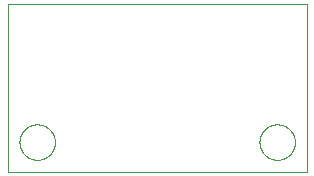
<source format=gbr>
G04 EAGLE Gerber RS-274X export*
G75*
%MOMM*%
%FSLAX34Y34*%
%LPD*%
%AMOC8*
5,1,8,0,0,1.08239X$1,22.5*%
G01*
%ADD10C,0.025400*%
%ADD11C,0.000000*%


D10*
X0Y0D02*
X253200Y0D01*
X253200Y142000D01*
X0Y142000D01*
X0Y0D01*
D11*
X10000Y25000D02*
X10005Y25368D01*
X10018Y25736D01*
X10041Y26103D01*
X10072Y26470D01*
X10113Y26836D01*
X10162Y27201D01*
X10221Y27564D01*
X10288Y27926D01*
X10364Y28287D01*
X10450Y28645D01*
X10543Y29001D01*
X10646Y29354D01*
X10757Y29705D01*
X10877Y30053D01*
X11005Y30398D01*
X11142Y30740D01*
X11287Y31079D01*
X11440Y31413D01*
X11602Y31744D01*
X11771Y32071D01*
X11949Y32393D01*
X12134Y32712D01*
X12327Y33025D01*
X12528Y33334D01*
X12736Y33637D01*
X12952Y33935D01*
X13175Y34228D01*
X13405Y34516D01*
X13642Y34798D01*
X13886Y35073D01*
X14136Y35343D01*
X14393Y35607D01*
X14657Y35864D01*
X14927Y36114D01*
X15202Y36358D01*
X15484Y36595D01*
X15772Y36825D01*
X16065Y37048D01*
X16363Y37264D01*
X16666Y37472D01*
X16975Y37673D01*
X17288Y37866D01*
X17607Y38051D01*
X17929Y38229D01*
X18256Y38398D01*
X18587Y38560D01*
X18921Y38713D01*
X19260Y38858D01*
X19602Y38995D01*
X19947Y39123D01*
X20295Y39243D01*
X20646Y39354D01*
X20999Y39457D01*
X21355Y39550D01*
X21713Y39636D01*
X22074Y39712D01*
X22436Y39779D01*
X22799Y39838D01*
X23164Y39887D01*
X23530Y39928D01*
X23897Y39959D01*
X24264Y39982D01*
X24632Y39995D01*
X25000Y40000D01*
X25368Y39995D01*
X25736Y39982D01*
X26103Y39959D01*
X26470Y39928D01*
X26836Y39887D01*
X27201Y39838D01*
X27564Y39779D01*
X27926Y39712D01*
X28287Y39636D01*
X28645Y39550D01*
X29001Y39457D01*
X29354Y39354D01*
X29705Y39243D01*
X30053Y39123D01*
X30398Y38995D01*
X30740Y38858D01*
X31079Y38713D01*
X31413Y38560D01*
X31744Y38398D01*
X32071Y38229D01*
X32393Y38051D01*
X32712Y37866D01*
X33025Y37673D01*
X33334Y37472D01*
X33637Y37264D01*
X33935Y37048D01*
X34228Y36825D01*
X34516Y36595D01*
X34798Y36358D01*
X35073Y36114D01*
X35343Y35864D01*
X35607Y35607D01*
X35864Y35343D01*
X36114Y35073D01*
X36358Y34798D01*
X36595Y34516D01*
X36825Y34228D01*
X37048Y33935D01*
X37264Y33637D01*
X37472Y33334D01*
X37673Y33025D01*
X37866Y32712D01*
X38051Y32393D01*
X38229Y32071D01*
X38398Y31744D01*
X38560Y31413D01*
X38713Y31079D01*
X38858Y30740D01*
X38995Y30398D01*
X39123Y30053D01*
X39243Y29705D01*
X39354Y29354D01*
X39457Y29001D01*
X39550Y28645D01*
X39636Y28287D01*
X39712Y27926D01*
X39779Y27564D01*
X39838Y27201D01*
X39887Y26836D01*
X39928Y26470D01*
X39959Y26103D01*
X39982Y25736D01*
X39995Y25368D01*
X40000Y25000D01*
X39995Y24632D01*
X39982Y24264D01*
X39959Y23897D01*
X39928Y23530D01*
X39887Y23164D01*
X39838Y22799D01*
X39779Y22436D01*
X39712Y22074D01*
X39636Y21713D01*
X39550Y21355D01*
X39457Y20999D01*
X39354Y20646D01*
X39243Y20295D01*
X39123Y19947D01*
X38995Y19602D01*
X38858Y19260D01*
X38713Y18921D01*
X38560Y18587D01*
X38398Y18256D01*
X38229Y17929D01*
X38051Y17607D01*
X37866Y17288D01*
X37673Y16975D01*
X37472Y16666D01*
X37264Y16363D01*
X37048Y16065D01*
X36825Y15772D01*
X36595Y15484D01*
X36358Y15202D01*
X36114Y14927D01*
X35864Y14657D01*
X35607Y14393D01*
X35343Y14136D01*
X35073Y13886D01*
X34798Y13642D01*
X34516Y13405D01*
X34228Y13175D01*
X33935Y12952D01*
X33637Y12736D01*
X33334Y12528D01*
X33025Y12327D01*
X32712Y12134D01*
X32393Y11949D01*
X32071Y11771D01*
X31744Y11602D01*
X31413Y11440D01*
X31079Y11287D01*
X30740Y11142D01*
X30398Y11005D01*
X30053Y10877D01*
X29705Y10757D01*
X29354Y10646D01*
X29001Y10543D01*
X28645Y10450D01*
X28287Y10364D01*
X27926Y10288D01*
X27564Y10221D01*
X27201Y10162D01*
X26836Y10113D01*
X26470Y10072D01*
X26103Y10041D01*
X25736Y10018D01*
X25368Y10005D01*
X25000Y10000D01*
X24632Y10005D01*
X24264Y10018D01*
X23897Y10041D01*
X23530Y10072D01*
X23164Y10113D01*
X22799Y10162D01*
X22436Y10221D01*
X22074Y10288D01*
X21713Y10364D01*
X21355Y10450D01*
X20999Y10543D01*
X20646Y10646D01*
X20295Y10757D01*
X19947Y10877D01*
X19602Y11005D01*
X19260Y11142D01*
X18921Y11287D01*
X18587Y11440D01*
X18256Y11602D01*
X17929Y11771D01*
X17607Y11949D01*
X17288Y12134D01*
X16975Y12327D01*
X16666Y12528D01*
X16363Y12736D01*
X16065Y12952D01*
X15772Y13175D01*
X15484Y13405D01*
X15202Y13642D01*
X14927Y13886D01*
X14657Y14136D01*
X14393Y14393D01*
X14136Y14657D01*
X13886Y14927D01*
X13642Y15202D01*
X13405Y15484D01*
X13175Y15772D01*
X12952Y16065D01*
X12736Y16363D01*
X12528Y16666D01*
X12327Y16975D01*
X12134Y17288D01*
X11949Y17607D01*
X11771Y17929D01*
X11602Y18256D01*
X11440Y18587D01*
X11287Y18921D01*
X11142Y19260D01*
X11005Y19602D01*
X10877Y19947D01*
X10757Y20295D01*
X10646Y20646D01*
X10543Y20999D01*
X10450Y21355D01*
X10364Y21713D01*
X10288Y22074D01*
X10221Y22436D01*
X10162Y22799D01*
X10113Y23164D01*
X10072Y23530D01*
X10041Y23897D01*
X10018Y24264D01*
X10005Y24632D01*
X10000Y25000D01*
X213200Y25000D02*
X213205Y25368D01*
X213218Y25736D01*
X213241Y26103D01*
X213272Y26470D01*
X213313Y26836D01*
X213362Y27201D01*
X213421Y27564D01*
X213488Y27926D01*
X213564Y28287D01*
X213650Y28645D01*
X213743Y29001D01*
X213846Y29354D01*
X213957Y29705D01*
X214077Y30053D01*
X214205Y30398D01*
X214342Y30740D01*
X214487Y31079D01*
X214640Y31413D01*
X214802Y31744D01*
X214971Y32071D01*
X215149Y32393D01*
X215334Y32712D01*
X215527Y33025D01*
X215728Y33334D01*
X215936Y33637D01*
X216152Y33935D01*
X216375Y34228D01*
X216605Y34516D01*
X216842Y34798D01*
X217086Y35073D01*
X217336Y35343D01*
X217593Y35607D01*
X217857Y35864D01*
X218127Y36114D01*
X218402Y36358D01*
X218684Y36595D01*
X218972Y36825D01*
X219265Y37048D01*
X219563Y37264D01*
X219866Y37472D01*
X220175Y37673D01*
X220488Y37866D01*
X220807Y38051D01*
X221129Y38229D01*
X221456Y38398D01*
X221787Y38560D01*
X222121Y38713D01*
X222460Y38858D01*
X222802Y38995D01*
X223147Y39123D01*
X223495Y39243D01*
X223846Y39354D01*
X224199Y39457D01*
X224555Y39550D01*
X224913Y39636D01*
X225274Y39712D01*
X225636Y39779D01*
X225999Y39838D01*
X226364Y39887D01*
X226730Y39928D01*
X227097Y39959D01*
X227464Y39982D01*
X227832Y39995D01*
X228200Y40000D01*
X228568Y39995D01*
X228936Y39982D01*
X229303Y39959D01*
X229670Y39928D01*
X230036Y39887D01*
X230401Y39838D01*
X230764Y39779D01*
X231126Y39712D01*
X231487Y39636D01*
X231845Y39550D01*
X232201Y39457D01*
X232554Y39354D01*
X232905Y39243D01*
X233253Y39123D01*
X233598Y38995D01*
X233940Y38858D01*
X234279Y38713D01*
X234613Y38560D01*
X234944Y38398D01*
X235271Y38229D01*
X235593Y38051D01*
X235912Y37866D01*
X236225Y37673D01*
X236534Y37472D01*
X236837Y37264D01*
X237135Y37048D01*
X237428Y36825D01*
X237716Y36595D01*
X237998Y36358D01*
X238273Y36114D01*
X238543Y35864D01*
X238807Y35607D01*
X239064Y35343D01*
X239314Y35073D01*
X239558Y34798D01*
X239795Y34516D01*
X240025Y34228D01*
X240248Y33935D01*
X240464Y33637D01*
X240672Y33334D01*
X240873Y33025D01*
X241066Y32712D01*
X241251Y32393D01*
X241429Y32071D01*
X241598Y31744D01*
X241760Y31413D01*
X241913Y31079D01*
X242058Y30740D01*
X242195Y30398D01*
X242323Y30053D01*
X242443Y29705D01*
X242554Y29354D01*
X242657Y29001D01*
X242750Y28645D01*
X242836Y28287D01*
X242912Y27926D01*
X242979Y27564D01*
X243038Y27201D01*
X243087Y26836D01*
X243128Y26470D01*
X243159Y26103D01*
X243182Y25736D01*
X243195Y25368D01*
X243200Y25000D01*
X243195Y24632D01*
X243182Y24264D01*
X243159Y23897D01*
X243128Y23530D01*
X243087Y23164D01*
X243038Y22799D01*
X242979Y22436D01*
X242912Y22074D01*
X242836Y21713D01*
X242750Y21355D01*
X242657Y20999D01*
X242554Y20646D01*
X242443Y20295D01*
X242323Y19947D01*
X242195Y19602D01*
X242058Y19260D01*
X241913Y18921D01*
X241760Y18587D01*
X241598Y18256D01*
X241429Y17929D01*
X241251Y17607D01*
X241066Y17288D01*
X240873Y16975D01*
X240672Y16666D01*
X240464Y16363D01*
X240248Y16065D01*
X240025Y15772D01*
X239795Y15484D01*
X239558Y15202D01*
X239314Y14927D01*
X239064Y14657D01*
X238807Y14393D01*
X238543Y14136D01*
X238273Y13886D01*
X237998Y13642D01*
X237716Y13405D01*
X237428Y13175D01*
X237135Y12952D01*
X236837Y12736D01*
X236534Y12528D01*
X236225Y12327D01*
X235912Y12134D01*
X235593Y11949D01*
X235271Y11771D01*
X234944Y11602D01*
X234613Y11440D01*
X234279Y11287D01*
X233940Y11142D01*
X233598Y11005D01*
X233253Y10877D01*
X232905Y10757D01*
X232554Y10646D01*
X232201Y10543D01*
X231845Y10450D01*
X231487Y10364D01*
X231126Y10288D01*
X230764Y10221D01*
X230401Y10162D01*
X230036Y10113D01*
X229670Y10072D01*
X229303Y10041D01*
X228936Y10018D01*
X228568Y10005D01*
X228200Y10000D01*
X227832Y10005D01*
X227464Y10018D01*
X227097Y10041D01*
X226730Y10072D01*
X226364Y10113D01*
X225999Y10162D01*
X225636Y10221D01*
X225274Y10288D01*
X224913Y10364D01*
X224555Y10450D01*
X224199Y10543D01*
X223846Y10646D01*
X223495Y10757D01*
X223147Y10877D01*
X222802Y11005D01*
X222460Y11142D01*
X222121Y11287D01*
X221787Y11440D01*
X221456Y11602D01*
X221129Y11771D01*
X220807Y11949D01*
X220488Y12134D01*
X220175Y12327D01*
X219866Y12528D01*
X219563Y12736D01*
X219265Y12952D01*
X218972Y13175D01*
X218684Y13405D01*
X218402Y13642D01*
X218127Y13886D01*
X217857Y14136D01*
X217593Y14393D01*
X217336Y14657D01*
X217086Y14927D01*
X216842Y15202D01*
X216605Y15484D01*
X216375Y15772D01*
X216152Y16065D01*
X215936Y16363D01*
X215728Y16666D01*
X215527Y16975D01*
X215334Y17288D01*
X215149Y17607D01*
X214971Y17929D01*
X214802Y18256D01*
X214640Y18587D01*
X214487Y18921D01*
X214342Y19260D01*
X214205Y19602D01*
X214077Y19947D01*
X213957Y20295D01*
X213846Y20646D01*
X213743Y20999D01*
X213650Y21355D01*
X213564Y21713D01*
X213488Y22074D01*
X213421Y22436D01*
X213362Y22799D01*
X213313Y23164D01*
X213272Y23530D01*
X213241Y23897D01*
X213218Y24264D01*
X213205Y24632D01*
X213200Y25000D01*
M02*

</source>
